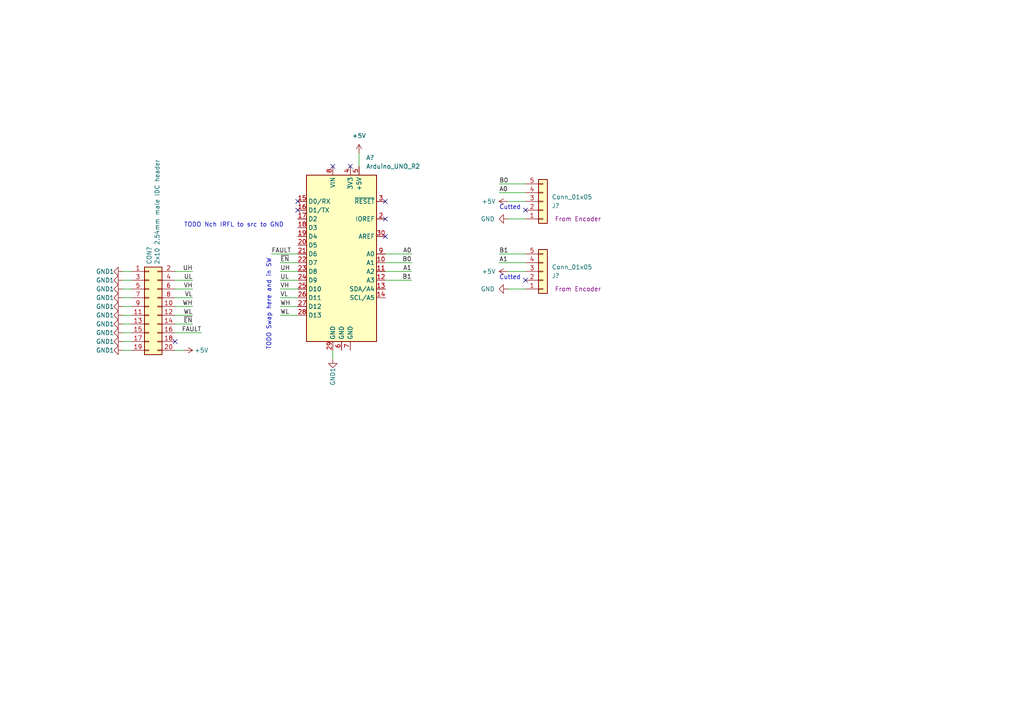
<source format=kicad_sch>
(kicad_sch (version 20211123) (generator eeschema)
  (paper "A4")
  (lib_symbols
    (symbol "Connector_Generic:Conn_01x05" (pin_names (offset 1.016) hide)
      (property "Reference" "J" (at 0 7.62 0))
      (property "Value" "Conn_01x05" (at 0 -7.62 0))
      (symbol "Conn_01x05_1_1"
        (rectangle (start -1.27 -4.953) (end 0 -5.207) (stroke (width 0.1524)))
        (rectangle (start -1.27 -2.413) (end 0 -2.667) (stroke (width 0.1524)))
        (rectangle (start -1.27 0.127) (end 0 -0.127) (stroke (width 0.1524)))
        (rectangle (start -1.27 2.667) (end 0 2.413) (stroke (width 0.1524)))
        (rectangle (start -1.27 5.207) (end 0 4.953) (stroke (width 0.1524)))
        (rectangle (start -1.27 6.35) (end 1.27 -6.35) (stroke (width 0.254)) (fill (type background)))
        (pin passive line (at -5.08 5.08 0) (length 3.81) (name "Pin_1") (number "1"))
        (pin passive line (at -5.08 2.54 0) (length 3.81) (name "Pin_2") (number "2"))
        (pin passive line (at -5.08 0 0) (length 3.81) (name "Pin_3") (number "3"))
        (pin passive line (at -5.08 -2.54 0) (length 3.81) (name "Pin_4") (number "4"))
        (pin passive line (at -5.08 -5.08 0) (length 3.81) (name "Pin_5") (number "5"))
      )
    )
    (symbol "Connector_Generic:Conn_02x10_Odd_Even" (pin_names (offset 1.016) hide)
      (property "Reference" "J" (at 1.27 12.7 0))
      (property "Value" "Conn_02x10_Odd_Even" (at 1.27 -15.24 0))
      (symbol "Conn_02x10_Odd_Even_1_1"
        (rectangle (start -1.27 -12.573) (end 0 -12.827) (stroke (width 0.1524)))
        (rectangle (start -1.27 -10.033) (end 0 -10.287) (stroke (width 0.1524)))
        (rectangle (start -1.27 -7.493) (end 0 -7.747) (stroke (width 0.1524)))
        (rectangle (start -1.27 -4.953) (end 0 -5.207) (stroke (width 0.1524)))
        (rectangle (start -1.27 -2.413) (end 0 -2.667) (stroke (width 0.1524)))
        (rectangle (start -1.27 0.127) (end 0 -0.127) (stroke (width 0.1524)))
        (rectangle (start -1.27 2.667) (end 0 2.413) (stroke (width 0.1524)))
        (rectangle (start -1.27 5.207) (end 0 4.953) (stroke (width 0.1524)))
        (rectangle (start -1.27 7.747) (end 0 7.493) (stroke (width 0.1524)))
        (rectangle (start -1.27 10.287) (end 0 10.033) (stroke (width 0.1524)))
        (rectangle (start -1.27 11.43) (end 3.81 -13.97) (stroke (width 0.254)) (fill (type background)))
        (rectangle (start 3.81 -12.573) (end 2.54 -12.827) (stroke (width 0.1524)))
        (rectangle (start 3.81 -10.033) (end 2.54 -10.287) (stroke (width 0.1524)))
        (rectangle (start 3.81 -7.493) (end 2.54 -7.747) (stroke (width 0.1524)))
        (rectangle (start 3.81 -4.953) (end 2.54 -5.207) (stroke (width 0.1524)))
        (rectangle (start 3.81 -2.413) (end 2.54 -2.667) (stroke (width 0.1524)))
        (rectangle (start 3.81 0.127) (end 2.54 -0.127) (stroke (width 0.1524)))
        (rectangle (start 3.81 2.667) (end 2.54 2.413) (stroke (width 0.1524)))
        (rectangle (start 3.81 5.207) (end 2.54 4.953) (stroke (width 0.1524)))
        (rectangle (start 3.81 7.747) (end 2.54 7.493) (stroke (width 0.1524)))
        (rectangle (start 3.81 10.287) (end 2.54 10.033) (stroke (width 0.1524)))
        (pin passive line (at -5.08 10.16 0) (length 3.81) (name "Pin_1") (number "1"))
        (pin passive line (at 7.62 0 180) (length 3.81) (name "Pin_10") (number "10"))
        (pin passive line (at -5.08 -2.54 0) (length 3.81) (name "Pin_11") (number "11"))
        (pin passive line (at 7.62 -2.54 180) (length 3.81) (name "Pin_12") (number "12"))
        (pin passive line (at -5.08 -5.08 0) (length 3.81) (name "Pin_13") (number "13"))
        (pin passive line (at 7.62 -5.08 180) (length 3.81) (name "Pin_14") (number "14"))
        (pin passive line (at -5.08 -7.62 0) (length 3.81) (name "Pin_15") (number "15"))
        (pin passive line (at 7.62 -7.62 180) (length 3.81) (name "Pin_16") (number "16"))
        (pin passive line (at -5.08 -10.16 0) (length 3.81) (name "Pin_17") (number "17"))
        (pin passive line (at 7.62 -10.16 180) (length 3.81) (name "Pin_18") (number "18"))
        (pin passive line (at -5.08 -12.7 0) (length 3.81) (name "Pin_19") (number "19"))
        (pin passive line (at 7.62 10.16 180) (length 3.81) (name "Pin_2") (number "2"))
        (pin passive line (at 7.62 -12.7 180) (length 3.81) (name "Pin_20") (number "20"))
        (pin passive line (at -5.08 7.62 0) (length 3.81) (name "Pin_3") (number "3"))
        (pin passive line (at 7.62 7.62 180) (length 3.81) (name "Pin_4") (number "4"))
        (pin passive line (at -5.08 5.08 0) (length 3.81) (name "Pin_5") (number "5"))
        (pin passive line (at 7.62 5.08 180) (length 3.81) (name "Pin_6") (number "6"))
        (pin passive line (at -5.08 2.54 0) (length 3.81) (name "Pin_7") (number "7"))
        (pin passive line (at 7.62 2.54 180) (length 3.81) (name "Pin_8") (number "8"))
        (pin passive line (at -5.08 0 0) (length 3.81) (name "Pin_9") (number "9"))
      )
    )
    (symbol "MCU_Module:Arduino_UNO_R2"
      (property "Reference" "A" (at -10.16 23.495 0))
      (property "Value" "Arduino_UNO_R2" (at 5.08 -26.67 0))
      (symbol "Arduino_UNO_R2_0_1"
        (rectangle (start -10.16 22.86) (end 10.16 -25.4) (stroke (width 0.254)) (fill (type background)))
      )
      (symbol "Arduino_UNO_R2_1_1"
        (pin no_connect line (at -10.16 -20.32 0) (length 2.54) hide (name "NC") (number "1"))
        (pin bidirectional line (at 12.7 -2.54 180) (length 2.54) (name "A1") (number "10"))
        (pin bidirectional line (at 12.7 -5.08 180) (length 2.54) (name "A2") (number "11"))
        (pin bidirectional line (at 12.7 -7.62 180) (length 2.54) (name "A3") (number "12"))
        (pin bidirectional line (at 12.7 -10.16 180) (length 2.54) (name "SDA/A4") (number "13"))
        (pin bidirectional line (at 12.7 -12.7 180) (length 2.54) (name "SCL/A5") (number "14"))
        (pin bidirectional line (at -12.7 15.24 0) (length 2.54) (name "D0/RX") (number "15"))
        (pin bidirectional line (at -12.7 12.7 0) (length 2.54) (name "D1/TX") (number "16"))
        (pin bidirectional line (at -12.7 10.16 0) (length 2.54) (name "D2") (number "17"))
        (pin bidirectional line (at -12.7 7.62 0) (length 2.54) (name "D3") (number "18"))
        (pin bidirectional line (at -12.7 5.08 0) (length 2.54) (name "D4") (number "19"))
        (pin output line (at 12.7 10.16 180) (length 2.54) (name "IOREF") (number "2"))
        (pin bidirectional line (at -12.7 2.54 0) (length 2.54) (name "D5") (number "20"))
        (pin bidirectional line (at -12.7 0 0) (length 2.54) (name "D6") (number "21"))
        (pin bidirectional line (at -12.7 -2.54 0) (length 2.54) (name "D7") (number "22"))
        (pin bidirectional line (at -12.7 -5.08 0) (length 2.54) (name "D8") (number "23"))
        (pin bidirectional line (at -12.7 -7.62 0) (length 2.54) (name "D9") (number "24"))
        (pin bidirectional line (at -12.7 -10.16 0) (length 2.54) (name "D10") (number "25"))
        (pin bidirectional line (at -12.7 -12.7 0) (length 2.54) (name "D11") (number "26"))
        (pin bidirectional line (at -12.7 -15.24 0) (length 2.54) (name "D12") (number "27"))
        (pin bidirectional line (at -12.7 -17.78 0) (length 2.54) (name "D13") (number "28"))
        (pin power_in line (at -2.54 -27.94 90) (length 2.54) (name "GND") (number "29"))
        (pin input line (at 12.7 15.24 180) (length 2.54) (name "~{RESET}") (number "3"))
        (pin input line (at 12.7 5.08 180) (length 2.54) (name "AREF") (number "30"))
        (pin power_out line (at 2.54 25.4 270) (length 2.54) (name "3V3") (number "4"))
        (pin power_out line (at 5.08 25.4 270) (length 2.54) (name "+5V") (number "5"))
        (pin power_in line (at 0 -27.94 90) (length 2.54) (name "GND") (number "6"))
        (pin power_in line (at 2.54 -27.94 90) (length 2.54) (name "GND") (number "7"))
        (pin power_in line (at -2.54 25.4 270) (length 2.54) (name "VIN") (number "8"))
        (pin bidirectional line (at 12.7 0 180) (length 2.54) (name "A0") (number "9"))
      )
    )
    (symbol "power:+5V" (power) (pin_names (offset 0))
      (property "Value" "+5V" (at 0 3.556 0))
      (symbol "+5V_0_1"
        (polyline (pts (xy -0.762 1.27) (xy 0 2.54)))
        (polyline (pts (xy 0 0) (xy 0 2.54)))
        (polyline (pts (xy 0 2.54) (xy 0.762 1.27)))
      )
      (symbol "+5V_1_1"
        (pin power_in line (at 0 0 90) (length 0) hide (name "+5V") (number "1"))
      )
    )
    (symbol "power:GND" (power) (pin_names (offset 0))
      (property "Value" "GND" (at 0 -3.81 0))
      (symbol "GND_0_1"
        (polyline (pts (xy 0 0) (xy 0 -1.27) (xy 1.27 -1.27) (xy 0 -2.54) (xy -1.27 -1.27) (xy 0 -1.27)))
      )
      (symbol "GND_1_1"
        (pin power_in line (at 0 0 270) (length 0) hide (name "GND") (number "1"))
      )
    )
    (symbol "power:GND1" (power) (pin_names (offset 0))
      (property "Value" "GND1" (at 0 -3.81 0))
      (symbol "GND1_0_1"
        (polyline (pts (xy 0 0) (xy 0 -1.27) (xy 1.27 -1.27) (xy 0 -2.54) (xy -1.27 -1.27) (xy 0 -1.27)))
      )
      (symbol "GND1_1_1"
        (pin power_in line (at 0 0 270) (length 0) hide (name "GND1") (number "1"))
      )
    )
  )
  (no_connect (at 96.52 48.26))
  (no_connect (at 101.6 48.26))
  (no_connect (at 86.36 58.42))
  (no_connect (at 50.8 99.06))
  (no_connect (at 86.36 60.96))
  (no_connect (at 111.76 58.42))
  (no_connect (at 111.76 63.5))
  (no_connect (at 152.4 60.96))
  (no_connect (at 111.76 68.58))
  (no_connect (at 152.4 81.28))
  (wire (pts (xy 35.56 88.9) (xy 38.1 88.9)))
  (wire (pts (xy 86.36 76.2) (xy 81.28 76.2)))
  (wire (pts (xy 35.56 93.98) (xy 38.1 93.98)))
  (wire (pts (xy 81.28 86.36) (xy 86.36 86.36)))
  (wire (pts (xy 35.56 83.82) (xy 38.1 83.82)))
  (wire (pts (xy 111.76 76.2) (xy 119.38 76.2)))
  (wire (pts (xy 35.56 81.28) (xy 38.1 81.28)))
  (wire (pts (xy 81.28 78.74) (xy 86.36 78.74)))
  (wire (pts (xy 35.56 78.74) (xy 38.1 78.74)))
  (wire (pts (xy 35.56 91.44) (xy 38.1 91.44)))
  (wire (pts (xy 86.36 73.66) (xy 78.74 73.66)))
  (wire (pts (xy 55.88 78.74) (xy 50.8 78.74)))
  (wire (pts (xy 147.32 78.74) (xy 152.4 78.74)))
  (wire (pts (xy 55.88 91.44) (xy 50.8 91.44)))
  (wire (pts (xy 53.34 101.6) (xy 50.8 101.6)))
  (wire (pts (xy 50.8 96.52) (xy 58.42 96.52)))
  (wire (pts (xy 96.52 104.14) (xy 96.52 101.6)))
  (wire (pts (xy 35.56 96.52) (xy 38.1 96.52)))
  (wire (pts (xy 55.88 83.82) (xy 50.8 83.82)))
  (wire (pts (xy 111.76 78.74) (xy 119.38 78.74)))
  (wire (pts (xy 147.32 83.82) (xy 152.4 83.82)))
  (wire (pts (xy 50.8 93.98) (xy 55.88 93.98)))
  (wire (pts (xy 152.4 76.2) (xy 144.78 76.2)))
  (wire (pts (xy 35.56 101.6) (xy 38.1 101.6)))
  (wire (pts (xy 147.32 58.42) (xy 152.4 58.42)))
  (wire (pts (xy 81.28 91.44) (xy 86.36 91.44)))
  (wire (pts (xy 152.4 53.34) (xy 144.78 53.34)))
  (wire (pts (xy 104.14 44.45) (xy 104.14 48.26)))
  (wire (pts (xy 55.88 86.36) (xy 50.8 86.36)))
  (wire (pts (xy 111.76 73.66) (xy 119.38 73.66)))
  (wire (pts (xy 147.32 63.5) (xy 152.4 63.5)))
  (wire (pts (xy 55.88 88.9) (xy 50.8 88.9)))
  (wire (pts (xy 81.28 81.28) (xy 86.36 81.28)))
  (wire (pts (xy 55.88 81.28) (xy 50.8 81.28)))
  (wire (pts (xy 81.28 88.9) (xy 86.36 88.9)))
  (wire (pts (xy 152.4 55.88) (xy 144.78 55.88)))
  (wire (pts (xy 35.56 99.06) (xy 38.1 99.06)))
  (wire (pts (xy 35.56 86.36) (xy 38.1 86.36)))
  (wire (pts (xy 152.4 73.66) (xy 144.78 73.66)))
  (wire (pts (xy 81.28 83.82) (xy 86.36 83.82)))
  (wire (pts (xy 111.76 81.28) (xy 119.38 81.28)))
  (text "TODO Swap here and in SW" (at 78.74 101.6 90) (effects (font (size 1.27 1.27)) (justify left bottom)))
  (text "TODO Nch IRFL to src to GND" (at 53.34 66.04 0) (effects (font (size 1.27 1.27)) (justify left bottom)))
  (text "Cutted" (at 144.78 81.28 0) (effects (font (size 1.27 1.27)) (justify left bottom)))
  (text "Cutted" (at 144.78 60.96 0) (effects (font (size 1.27 1.27)) (justify left bottom)))
  (label "VL" (at 55.88 86.36 180))
  (label "A0" (at 144.78 55.88 0))
  (label "UH" (at 81.28 78.74 0))
  (label "VH" (at 55.88 83.82 180))
  (label "VL" (at 81.28 86.36 0))
  (label "FAULT" (at 58.42 96.52 180))
  (label "B1" (at 144.78 73.66 0))
  (label "UL" (at 81.28 81.28 0))
  (label "~{EN}" (at 55.88 93.98 180))
  (label "B1" (at 119.38 81.28 180))
  (label "VH" (at 81.28 83.82 0))
  (label "~{EN}" (at 81.28 76.2 0))
  (label "WH" (at 81.28 88.9 0))
  (label "FAULT" (at 78.74 73.66 0))
  (label "A0" (at 119.38 73.66 180))
  (label "WH" (at 55.88 88.9 180))
  (label "UH" (at 55.88 78.74 180))
  (label "B0" (at 119.38 76.2 180))
  (label "A1" (at 144.78 76.2 0))
  (label "UL" (at 55.88 81.28 180))
  (label "WL" (at 55.88 91.44 180))
  (label "B0" (at 144.78 53.34 0))
  (label "WL" (at 81.28 91.44 0))
  (label "A1" (at 119.38 78.74 180))
  (symbol (lib_id "MCU_Module:Arduino_UNO_R2") (at 99.06 73.66 0) (unit 1)
    (property "Reference" "A?" (at 106.1594 45.72 0) (effects (justify left)))
    (property "Value" "Arduino_UNO_R2" (at 106.1594 48.26 0) (effects (justify left)))
    (property "Footprint" "For_Rasterboard:Arduino_UNO_R3_WithMountingHoles_Snapped_to_P2.54mm" (effects hide))
    (property "Datasheet" "https://www.arduino.cc/en/Main/arduinoBoardUno" (effects hide))
  )
  (symbol (lib_id "power:GND") (at 147.32 83.82 270) (unit 1)
    (property "Reference" "#PWR?" (effects hide))
    (property "Value" "GND" (at 143.51 83.8199 90) (effects (justify right)))
  )
  (symbol (lib_id "power:GND1") (at 35.56 93.98 270) (unit 1)
    (property "Reference" "#PWR?" (effects hide))
    (property "Value" "GND1" (at 30.48 93.98 90))
  )
  (symbol (lib_id "power:GND1") (at 35.56 101.6 270) (unit 1)
    (property "Reference" "#PWR?" (effects hide))
    (property "Value" "GND1" (at 30.48 101.6 90))
  )
  (symbol (lib_id "power:+5V") (at 53.34 101.6 270) (unit 1)
    (property "Reference" "#PWR?" (effects hide))
    (property "Value" "+5V" (at 58.42 101.6 90))
  )
  (symbol (lib_id "power:GND") (at 147.32 63.5 270) (unit 1)
    (property "Reference" "#PWR?" (effects hide))
    (property "Value" "GND" (at 143.51 63.4999 90) (effects (justify right)))
  )
  (symbol (lib_id "power:+5V") (at 147.32 78.74 90) (unit 1)
    (property "Reference" "#PWR?" (effects hide))
    (property "Value" "+5V" (at 139.7 78.74 90) (effects (justify right)))
  )
  (symbol (lib_id "power:+5V") (at 147.32 58.42 90) (unit 1)
    (property "Reference" "#PWR?" (effects hide))
    (property "Value" "+5V" (at 139.7 58.42 90) (effects (justify right)))
  )
  (symbol (lib_id "power:GND1") (at 96.52 104.14 0) (unit 1)
    (property "Reference" "#PWR?" (effects hide))
    (property "Value" "GND1" (at 96.52 109.22 90))
  )
  (symbol (lib_id "power:GND1") (at 35.56 86.36 270) (unit 1)
    (property "Reference" "#PWR?" (effects hide))
    (property "Value" "GND1" (at 30.48 86.36 90))
  )
  (symbol (lib_id "power:GND1") (at 35.56 81.28 270) (unit 1)
    (property "Reference" "#PWR?" (effects hide))
    (property "Value" "GND1" (at 30.48 81.28 90))
  )
  (symbol (lib_id "power:GND1") (at 35.56 91.44 270) (unit 1)
    (property "Reference" "#PWR?" (effects hide))
    (property "Value" "GND1" (at 30.48 91.44 90))
  )
  (symbol (lib_id "Connector_Generic:Conn_01x05") (at 157.48 58.42 0) (mirror x) (unit 1)
    (property "Reference" "J?" (at 160.02 59.6901 0) (effects (justify left)))
    (property "Value" "Conn_01x05" (at 160.02 57.1501 0) (effects (justify left)))
    (property "Comment" "From Encoder" (at 167.64 63.5 0))
  )
  (symbol (lib_id "Connector_Generic:Conn_02x10_Odd_Even") (at 43.18 88.9 0) (unit 1)
    (property "Reference" "CON?" (at 43.2816 76.708 90) (effects (justify left)))
    (property "Value" "2x10 2.54mm male IDC header" (at 45.593 76.708 90) (effects (justify left)))
  )
  (symbol (lib_id "power:GND1") (at 35.56 96.52 270) (unit 1)
    (property "Reference" "#PWR?" (effects hide))
    (property "Value" "GND1" (at 30.48 96.52 90))
  )
  (symbol (lib_id "power:GND1") (at 35.56 88.9 270) (unit 1)
    (property "Reference" "#PWR?" (effects hide))
    (property "Value" "GND1" (at 30.48 88.9 90))
  )
  (symbol (lib_id "power:+5V") (at 104.14 44.45 0) (unit 1)
    (property "Reference" "#PWR?" (effects hide))
    (property "Value" "+5V" (at 104.14 39.37 0))
  )
  (symbol (lib_id "power:GND1") (at 35.56 78.74 270) (unit 1)
    (property "Reference" "#PWR?" (effects hide))
    (property "Value" "GND1" (at 30.48 78.74 90))
  )
  (symbol (lib_id "power:GND1") (at 35.56 83.82 270) (unit 1)
    (property "Reference" "#PWR?" (effects hide))
    (property "Value" "GND1" (at 30.48 83.82 90))
  )
  (symbol (lib_id "power:GND1") (at 35.56 99.06 270) (unit 1)
    (property "Reference" "#PWR?" (effects hide))
    (property "Value" "GND1" (at 30.48 99.06 90))
  )
  (symbol (lib_id "Connector_Generic:Conn_01x05") (at 157.48 78.74 0) (mirror x) (unit 1)
    (property "Reference" "J?" (at 160.02 80.0101 0) (effects (justify left)))
    (property "Value" "Conn_01x05" (at 160.02 77.4701 0) (effects (justify left)))
    (property "Comment" "From Encoder" (at 167.64 83.82 0))
  )
)
</source>
